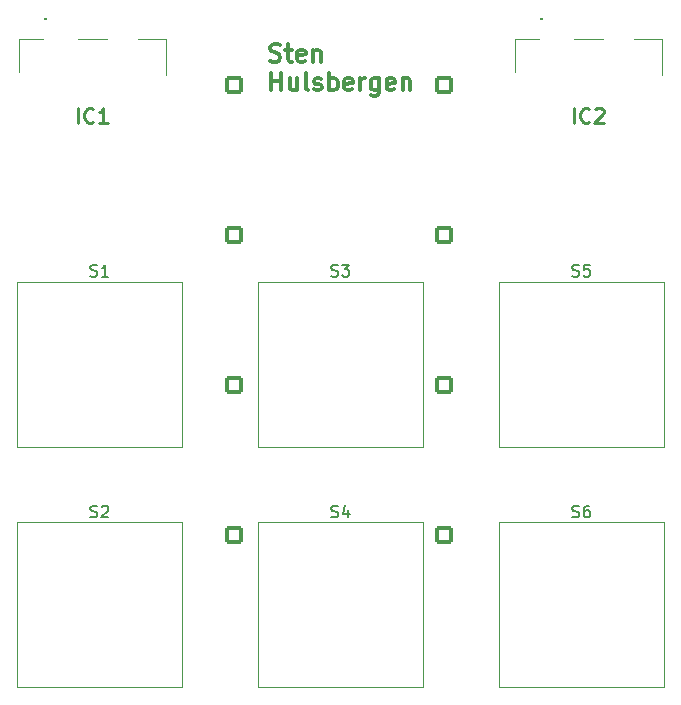
<source format=gto>
G04 #@! TF.GenerationSoftware,KiCad,Pcbnew,7.0.2*
G04 #@! TF.CreationDate,2023-05-04T11:04:43+02:00*
G04 #@! TF.ProjectId,Macropad,4d616372-6f70-4616-942e-6b696361645f,rev?*
G04 #@! TF.SameCoordinates,Original*
G04 #@! TF.FileFunction,Legend,Top*
G04 #@! TF.FilePolarity,Positive*
%FSLAX46Y46*%
G04 Gerber Fmt 4.6, Leading zero omitted, Abs format (unit mm)*
G04 Created by KiCad (PCBNEW 7.0.2) date 2023-05-04 11:04:43*
%MOMM*%
%LPD*%
G01*
G04 APERTURE LIST*
G04 Aperture macros list*
%AMRoundRect*
0 Rectangle with rounded corners*
0 $1 Rounding radius*
0 $2 $3 $4 $5 $6 $7 $8 $9 X,Y pos of 4 corners*
0 Add a 4 corners polygon primitive as box body*
4,1,4,$2,$3,$4,$5,$6,$7,$8,$9,$2,$3,0*
0 Add four circle primitives for the rounded corners*
1,1,$1+$1,$2,$3*
1,1,$1+$1,$4,$5*
1,1,$1+$1,$6,$7*
1,1,$1+$1,$8,$9*
0 Add four rect primitives between the rounded corners*
20,1,$1+$1,$2,$3,$4,$5,0*
20,1,$1+$1,$4,$5,$6,$7,0*
20,1,$1+$1,$6,$7,$8,$9,0*
20,1,$1+$1,$8,$9,$2,$3,0*%
G04 Aperture macros list end*
%ADD10C,0.300000*%
%ADD11C,0.254000*%
%ADD12C,0.150000*%
%ADD13C,0.100000*%
%ADD14C,0.200000*%
%ADD15C,0.120000*%
%ADD16C,1.800000*%
%ADD17C,4.875000*%
%ADD18C,1.700000*%
%ADD19C,4.000000*%
%ADD20C,2.200000*%
%ADD21C,0.700000*%
%ADD22C,4.400000*%
%ADD23C,1.600000*%
%ADD24RoundRect,0.200000X0.600000X0.600000X-0.600000X0.600000X-0.600000X-0.600000X0.600000X-0.600000X0*%
G04 APERTURE END LIST*
D10*
X65055714Y-37320000D02*
X65270000Y-37391428D01*
X65270000Y-37391428D02*
X65627142Y-37391428D01*
X65627142Y-37391428D02*
X65770000Y-37320000D01*
X65770000Y-37320000D02*
X65841428Y-37248571D01*
X65841428Y-37248571D02*
X65912857Y-37105714D01*
X65912857Y-37105714D02*
X65912857Y-36962857D01*
X65912857Y-36962857D02*
X65841428Y-36820000D01*
X65841428Y-36820000D02*
X65770000Y-36748571D01*
X65770000Y-36748571D02*
X65627142Y-36677142D01*
X65627142Y-36677142D02*
X65341428Y-36605714D01*
X65341428Y-36605714D02*
X65198571Y-36534285D01*
X65198571Y-36534285D02*
X65127142Y-36462857D01*
X65127142Y-36462857D02*
X65055714Y-36320000D01*
X65055714Y-36320000D02*
X65055714Y-36177142D01*
X65055714Y-36177142D02*
X65127142Y-36034285D01*
X65127142Y-36034285D02*
X65198571Y-35962857D01*
X65198571Y-35962857D02*
X65341428Y-35891428D01*
X65341428Y-35891428D02*
X65698571Y-35891428D01*
X65698571Y-35891428D02*
X65912857Y-35962857D01*
X66341428Y-36391428D02*
X66912856Y-36391428D01*
X66555713Y-35891428D02*
X66555713Y-37177142D01*
X66555713Y-37177142D02*
X66627142Y-37320000D01*
X66627142Y-37320000D02*
X66769999Y-37391428D01*
X66769999Y-37391428D02*
X66912856Y-37391428D01*
X67984285Y-37320000D02*
X67841428Y-37391428D01*
X67841428Y-37391428D02*
X67555714Y-37391428D01*
X67555714Y-37391428D02*
X67412856Y-37320000D01*
X67412856Y-37320000D02*
X67341428Y-37177142D01*
X67341428Y-37177142D02*
X67341428Y-36605714D01*
X67341428Y-36605714D02*
X67412856Y-36462857D01*
X67412856Y-36462857D02*
X67555714Y-36391428D01*
X67555714Y-36391428D02*
X67841428Y-36391428D01*
X67841428Y-36391428D02*
X67984285Y-36462857D01*
X67984285Y-36462857D02*
X68055714Y-36605714D01*
X68055714Y-36605714D02*
X68055714Y-36748571D01*
X68055714Y-36748571D02*
X67341428Y-36891428D01*
X68698570Y-36391428D02*
X68698570Y-37391428D01*
X68698570Y-36534285D02*
X68769999Y-36462857D01*
X68769999Y-36462857D02*
X68912856Y-36391428D01*
X68912856Y-36391428D02*
X69127142Y-36391428D01*
X69127142Y-36391428D02*
X69269999Y-36462857D01*
X69269999Y-36462857D02*
X69341428Y-36605714D01*
X69341428Y-36605714D02*
X69341428Y-37391428D01*
X65127142Y-39821428D02*
X65127142Y-38321428D01*
X65127142Y-39035714D02*
X65984285Y-39035714D01*
X65984285Y-39821428D02*
X65984285Y-38321428D01*
X67341429Y-38821428D02*
X67341429Y-39821428D01*
X66698571Y-38821428D02*
X66698571Y-39607142D01*
X66698571Y-39607142D02*
X66770000Y-39750000D01*
X66770000Y-39750000D02*
X66912857Y-39821428D01*
X66912857Y-39821428D02*
X67127143Y-39821428D01*
X67127143Y-39821428D02*
X67270000Y-39750000D01*
X67270000Y-39750000D02*
X67341429Y-39678571D01*
X68270000Y-39821428D02*
X68127143Y-39750000D01*
X68127143Y-39750000D02*
X68055714Y-39607142D01*
X68055714Y-39607142D02*
X68055714Y-38321428D01*
X68770000Y-39750000D02*
X68912857Y-39821428D01*
X68912857Y-39821428D02*
X69198571Y-39821428D01*
X69198571Y-39821428D02*
X69341428Y-39750000D01*
X69341428Y-39750000D02*
X69412857Y-39607142D01*
X69412857Y-39607142D02*
X69412857Y-39535714D01*
X69412857Y-39535714D02*
X69341428Y-39392857D01*
X69341428Y-39392857D02*
X69198571Y-39321428D01*
X69198571Y-39321428D02*
X68984286Y-39321428D01*
X68984286Y-39321428D02*
X68841428Y-39250000D01*
X68841428Y-39250000D02*
X68770000Y-39107142D01*
X68770000Y-39107142D02*
X68770000Y-39035714D01*
X68770000Y-39035714D02*
X68841428Y-38892857D01*
X68841428Y-38892857D02*
X68984286Y-38821428D01*
X68984286Y-38821428D02*
X69198571Y-38821428D01*
X69198571Y-38821428D02*
X69341428Y-38892857D01*
X70055714Y-39821428D02*
X70055714Y-38321428D01*
X70055714Y-38892857D02*
X70198572Y-38821428D01*
X70198572Y-38821428D02*
X70484286Y-38821428D01*
X70484286Y-38821428D02*
X70627143Y-38892857D01*
X70627143Y-38892857D02*
X70698572Y-38964285D01*
X70698572Y-38964285D02*
X70770000Y-39107142D01*
X70770000Y-39107142D02*
X70770000Y-39535714D01*
X70770000Y-39535714D02*
X70698572Y-39678571D01*
X70698572Y-39678571D02*
X70627143Y-39750000D01*
X70627143Y-39750000D02*
X70484286Y-39821428D01*
X70484286Y-39821428D02*
X70198572Y-39821428D01*
X70198572Y-39821428D02*
X70055714Y-39750000D01*
X71984286Y-39750000D02*
X71841429Y-39821428D01*
X71841429Y-39821428D02*
X71555715Y-39821428D01*
X71555715Y-39821428D02*
X71412857Y-39750000D01*
X71412857Y-39750000D02*
X71341429Y-39607142D01*
X71341429Y-39607142D02*
X71341429Y-39035714D01*
X71341429Y-39035714D02*
X71412857Y-38892857D01*
X71412857Y-38892857D02*
X71555715Y-38821428D01*
X71555715Y-38821428D02*
X71841429Y-38821428D01*
X71841429Y-38821428D02*
X71984286Y-38892857D01*
X71984286Y-38892857D02*
X72055715Y-39035714D01*
X72055715Y-39035714D02*
X72055715Y-39178571D01*
X72055715Y-39178571D02*
X71341429Y-39321428D01*
X72698571Y-39821428D02*
X72698571Y-38821428D01*
X72698571Y-39107142D02*
X72770000Y-38964285D01*
X72770000Y-38964285D02*
X72841429Y-38892857D01*
X72841429Y-38892857D02*
X72984286Y-38821428D01*
X72984286Y-38821428D02*
X73127143Y-38821428D01*
X74270000Y-38821428D02*
X74270000Y-40035714D01*
X74270000Y-40035714D02*
X74198571Y-40178571D01*
X74198571Y-40178571D02*
X74127142Y-40250000D01*
X74127142Y-40250000D02*
X73984285Y-40321428D01*
X73984285Y-40321428D02*
X73770000Y-40321428D01*
X73770000Y-40321428D02*
X73627142Y-40250000D01*
X74270000Y-39750000D02*
X74127142Y-39821428D01*
X74127142Y-39821428D02*
X73841428Y-39821428D01*
X73841428Y-39821428D02*
X73698571Y-39750000D01*
X73698571Y-39750000D02*
X73627142Y-39678571D01*
X73627142Y-39678571D02*
X73555714Y-39535714D01*
X73555714Y-39535714D02*
X73555714Y-39107142D01*
X73555714Y-39107142D02*
X73627142Y-38964285D01*
X73627142Y-38964285D02*
X73698571Y-38892857D01*
X73698571Y-38892857D02*
X73841428Y-38821428D01*
X73841428Y-38821428D02*
X74127142Y-38821428D01*
X74127142Y-38821428D02*
X74270000Y-38892857D01*
X75555714Y-39750000D02*
X75412857Y-39821428D01*
X75412857Y-39821428D02*
X75127143Y-39821428D01*
X75127143Y-39821428D02*
X74984285Y-39750000D01*
X74984285Y-39750000D02*
X74912857Y-39607142D01*
X74912857Y-39607142D02*
X74912857Y-39035714D01*
X74912857Y-39035714D02*
X74984285Y-38892857D01*
X74984285Y-38892857D02*
X75127143Y-38821428D01*
X75127143Y-38821428D02*
X75412857Y-38821428D01*
X75412857Y-38821428D02*
X75555714Y-38892857D01*
X75555714Y-38892857D02*
X75627143Y-39035714D01*
X75627143Y-39035714D02*
X75627143Y-39178571D01*
X75627143Y-39178571D02*
X74912857Y-39321428D01*
X76269999Y-38821428D02*
X76269999Y-39821428D01*
X76269999Y-38964285D02*
X76341428Y-38892857D01*
X76341428Y-38892857D02*
X76484285Y-38821428D01*
X76484285Y-38821428D02*
X76698571Y-38821428D01*
X76698571Y-38821428D02*
X76841428Y-38892857D01*
X76841428Y-38892857D02*
X76912857Y-39035714D01*
X76912857Y-39035714D02*
X76912857Y-39821428D01*
D11*
X90760237Y-42587526D02*
X90760237Y-41317526D01*
X92090714Y-42466573D02*
X92030238Y-42527050D01*
X92030238Y-42527050D02*
X91848809Y-42587526D01*
X91848809Y-42587526D02*
X91727857Y-42587526D01*
X91727857Y-42587526D02*
X91546428Y-42527050D01*
X91546428Y-42527050D02*
X91425476Y-42406097D01*
X91425476Y-42406097D02*
X91364999Y-42285145D01*
X91364999Y-42285145D02*
X91304523Y-42043240D01*
X91304523Y-42043240D02*
X91304523Y-41861811D01*
X91304523Y-41861811D02*
X91364999Y-41619907D01*
X91364999Y-41619907D02*
X91425476Y-41498954D01*
X91425476Y-41498954D02*
X91546428Y-41378002D01*
X91546428Y-41378002D02*
X91727857Y-41317526D01*
X91727857Y-41317526D02*
X91848809Y-41317526D01*
X91848809Y-41317526D02*
X92030238Y-41378002D01*
X92030238Y-41378002D02*
X92090714Y-41438478D01*
X92574523Y-41438478D02*
X92634999Y-41378002D01*
X92634999Y-41378002D02*
X92755952Y-41317526D01*
X92755952Y-41317526D02*
X93058333Y-41317526D01*
X93058333Y-41317526D02*
X93179285Y-41378002D01*
X93179285Y-41378002D02*
X93239761Y-41438478D01*
X93239761Y-41438478D02*
X93300238Y-41559430D01*
X93300238Y-41559430D02*
X93300238Y-41680383D01*
X93300238Y-41680383D02*
X93239761Y-41861811D01*
X93239761Y-41861811D02*
X92514047Y-42587526D01*
X92514047Y-42587526D02*
X93300238Y-42587526D01*
X48760237Y-42587526D02*
X48760237Y-41317526D01*
X50090714Y-42466573D02*
X50030238Y-42527050D01*
X50030238Y-42527050D02*
X49848809Y-42587526D01*
X49848809Y-42587526D02*
X49727857Y-42587526D01*
X49727857Y-42587526D02*
X49546428Y-42527050D01*
X49546428Y-42527050D02*
X49425476Y-42406097D01*
X49425476Y-42406097D02*
X49364999Y-42285145D01*
X49364999Y-42285145D02*
X49304523Y-42043240D01*
X49304523Y-42043240D02*
X49304523Y-41861811D01*
X49304523Y-41861811D02*
X49364999Y-41619907D01*
X49364999Y-41619907D02*
X49425476Y-41498954D01*
X49425476Y-41498954D02*
X49546428Y-41378002D01*
X49546428Y-41378002D02*
X49727857Y-41317526D01*
X49727857Y-41317526D02*
X49848809Y-41317526D01*
X49848809Y-41317526D02*
X50030238Y-41378002D01*
X50030238Y-41378002D02*
X50090714Y-41438478D01*
X51300238Y-42587526D02*
X50574523Y-42587526D01*
X50937380Y-42587526D02*
X50937380Y-41317526D01*
X50937380Y-41317526D02*
X50816428Y-41498954D01*
X50816428Y-41498954D02*
X50695476Y-41619907D01*
X50695476Y-41619907D02*
X50574523Y-41680383D01*
D12*
X90638095Y-55541000D02*
X90780952Y-55588619D01*
X90780952Y-55588619D02*
X91019047Y-55588619D01*
X91019047Y-55588619D02*
X91114285Y-55541000D01*
X91114285Y-55541000D02*
X91161904Y-55493380D01*
X91161904Y-55493380D02*
X91209523Y-55398142D01*
X91209523Y-55398142D02*
X91209523Y-55302904D01*
X91209523Y-55302904D02*
X91161904Y-55207666D01*
X91161904Y-55207666D02*
X91114285Y-55160047D01*
X91114285Y-55160047D02*
X91019047Y-55112428D01*
X91019047Y-55112428D02*
X90828571Y-55064809D01*
X90828571Y-55064809D02*
X90733333Y-55017190D01*
X90733333Y-55017190D02*
X90685714Y-54969571D01*
X90685714Y-54969571D02*
X90638095Y-54874333D01*
X90638095Y-54874333D02*
X90638095Y-54779095D01*
X90638095Y-54779095D02*
X90685714Y-54683857D01*
X90685714Y-54683857D02*
X90733333Y-54636238D01*
X90733333Y-54636238D02*
X90828571Y-54588619D01*
X90828571Y-54588619D02*
X91066666Y-54588619D01*
X91066666Y-54588619D02*
X91209523Y-54636238D01*
X92114285Y-54588619D02*
X91638095Y-54588619D01*
X91638095Y-54588619D02*
X91590476Y-55064809D01*
X91590476Y-55064809D02*
X91638095Y-55017190D01*
X91638095Y-55017190D02*
X91733333Y-54969571D01*
X91733333Y-54969571D02*
X91971428Y-54969571D01*
X91971428Y-54969571D02*
X92066666Y-55017190D01*
X92066666Y-55017190D02*
X92114285Y-55064809D01*
X92114285Y-55064809D02*
X92161904Y-55160047D01*
X92161904Y-55160047D02*
X92161904Y-55398142D01*
X92161904Y-55398142D02*
X92114285Y-55493380D01*
X92114285Y-55493380D02*
X92066666Y-55541000D01*
X92066666Y-55541000D02*
X91971428Y-55588619D01*
X91971428Y-55588619D02*
X91733333Y-55588619D01*
X91733333Y-55588619D02*
X91638095Y-55541000D01*
X91638095Y-55541000D02*
X91590476Y-55493380D01*
X49838095Y-75941000D02*
X49980952Y-75988619D01*
X49980952Y-75988619D02*
X50219047Y-75988619D01*
X50219047Y-75988619D02*
X50314285Y-75941000D01*
X50314285Y-75941000D02*
X50361904Y-75893380D01*
X50361904Y-75893380D02*
X50409523Y-75798142D01*
X50409523Y-75798142D02*
X50409523Y-75702904D01*
X50409523Y-75702904D02*
X50361904Y-75607666D01*
X50361904Y-75607666D02*
X50314285Y-75560047D01*
X50314285Y-75560047D02*
X50219047Y-75512428D01*
X50219047Y-75512428D02*
X50028571Y-75464809D01*
X50028571Y-75464809D02*
X49933333Y-75417190D01*
X49933333Y-75417190D02*
X49885714Y-75369571D01*
X49885714Y-75369571D02*
X49838095Y-75274333D01*
X49838095Y-75274333D02*
X49838095Y-75179095D01*
X49838095Y-75179095D02*
X49885714Y-75083857D01*
X49885714Y-75083857D02*
X49933333Y-75036238D01*
X49933333Y-75036238D02*
X50028571Y-74988619D01*
X50028571Y-74988619D02*
X50266666Y-74988619D01*
X50266666Y-74988619D02*
X50409523Y-75036238D01*
X50790476Y-75083857D02*
X50838095Y-75036238D01*
X50838095Y-75036238D02*
X50933333Y-74988619D01*
X50933333Y-74988619D02*
X51171428Y-74988619D01*
X51171428Y-74988619D02*
X51266666Y-75036238D01*
X51266666Y-75036238D02*
X51314285Y-75083857D01*
X51314285Y-75083857D02*
X51361904Y-75179095D01*
X51361904Y-75179095D02*
X51361904Y-75274333D01*
X51361904Y-75274333D02*
X51314285Y-75417190D01*
X51314285Y-75417190D02*
X50742857Y-75988619D01*
X50742857Y-75988619D02*
X51361904Y-75988619D01*
X70238095Y-55541000D02*
X70380952Y-55588619D01*
X70380952Y-55588619D02*
X70619047Y-55588619D01*
X70619047Y-55588619D02*
X70714285Y-55541000D01*
X70714285Y-55541000D02*
X70761904Y-55493380D01*
X70761904Y-55493380D02*
X70809523Y-55398142D01*
X70809523Y-55398142D02*
X70809523Y-55302904D01*
X70809523Y-55302904D02*
X70761904Y-55207666D01*
X70761904Y-55207666D02*
X70714285Y-55160047D01*
X70714285Y-55160047D02*
X70619047Y-55112428D01*
X70619047Y-55112428D02*
X70428571Y-55064809D01*
X70428571Y-55064809D02*
X70333333Y-55017190D01*
X70333333Y-55017190D02*
X70285714Y-54969571D01*
X70285714Y-54969571D02*
X70238095Y-54874333D01*
X70238095Y-54874333D02*
X70238095Y-54779095D01*
X70238095Y-54779095D02*
X70285714Y-54683857D01*
X70285714Y-54683857D02*
X70333333Y-54636238D01*
X70333333Y-54636238D02*
X70428571Y-54588619D01*
X70428571Y-54588619D02*
X70666666Y-54588619D01*
X70666666Y-54588619D02*
X70809523Y-54636238D01*
X71142857Y-54588619D02*
X71761904Y-54588619D01*
X71761904Y-54588619D02*
X71428571Y-54969571D01*
X71428571Y-54969571D02*
X71571428Y-54969571D01*
X71571428Y-54969571D02*
X71666666Y-55017190D01*
X71666666Y-55017190D02*
X71714285Y-55064809D01*
X71714285Y-55064809D02*
X71761904Y-55160047D01*
X71761904Y-55160047D02*
X71761904Y-55398142D01*
X71761904Y-55398142D02*
X71714285Y-55493380D01*
X71714285Y-55493380D02*
X71666666Y-55541000D01*
X71666666Y-55541000D02*
X71571428Y-55588619D01*
X71571428Y-55588619D02*
X71285714Y-55588619D01*
X71285714Y-55588619D02*
X71190476Y-55541000D01*
X71190476Y-55541000D02*
X71142857Y-55493380D01*
X70238095Y-75941000D02*
X70380952Y-75988619D01*
X70380952Y-75988619D02*
X70619047Y-75988619D01*
X70619047Y-75988619D02*
X70714285Y-75941000D01*
X70714285Y-75941000D02*
X70761904Y-75893380D01*
X70761904Y-75893380D02*
X70809523Y-75798142D01*
X70809523Y-75798142D02*
X70809523Y-75702904D01*
X70809523Y-75702904D02*
X70761904Y-75607666D01*
X70761904Y-75607666D02*
X70714285Y-75560047D01*
X70714285Y-75560047D02*
X70619047Y-75512428D01*
X70619047Y-75512428D02*
X70428571Y-75464809D01*
X70428571Y-75464809D02*
X70333333Y-75417190D01*
X70333333Y-75417190D02*
X70285714Y-75369571D01*
X70285714Y-75369571D02*
X70238095Y-75274333D01*
X70238095Y-75274333D02*
X70238095Y-75179095D01*
X70238095Y-75179095D02*
X70285714Y-75083857D01*
X70285714Y-75083857D02*
X70333333Y-75036238D01*
X70333333Y-75036238D02*
X70428571Y-74988619D01*
X70428571Y-74988619D02*
X70666666Y-74988619D01*
X70666666Y-74988619D02*
X70809523Y-75036238D01*
X71666666Y-75321952D02*
X71666666Y-75988619D01*
X71428571Y-74941000D02*
X71190476Y-75655285D01*
X71190476Y-75655285D02*
X71809523Y-75655285D01*
X90638095Y-75941000D02*
X90780952Y-75988619D01*
X90780952Y-75988619D02*
X91019047Y-75988619D01*
X91019047Y-75988619D02*
X91114285Y-75941000D01*
X91114285Y-75941000D02*
X91161904Y-75893380D01*
X91161904Y-75893380D02*
X91209523Y-75798142D01*
X91209523Y-75798142D02*
X91209523Y-75702904D01*
X91209523Y-75702904D02*
X91161904Y-75607666D01*
X91161904Y-75607666D02*
X91114285Y-75560047D01*
X91114285Y-75560047D02*
X91019047Y-75512428D01*
X91019047Y-75512428D02*
X90828571Y-75464809D01*
X90828571Y-75464809D02*
X90733333Y-75417190D01*
X90733333Y-75417190D02*
X90685714Y-75369571D01*
X90685714Y-75369571D02*
X90638095Y-75274333D01*
X90638095Y-75274333D02*
X90638095Y-75179095D01*
X90638095Y-75179095D02*
X90685714Y-75083857D01*
X90685714Y-75083857D02*
X90733333Y-75036238D01*
X90733333Y-75036238D02*
X90828571Y-74988619D01*
X90828571Y-74988619D02*
X91066666Y-74988619D01*
X91066666Y-74988619D02*
X91209523Y-75036238D01*
X92066666Y-74988619D02*
X91876190Y-74988619D01*
X91876190Y-74988619D02*
X91780952Y-75036238D01*
X91780952Y-75036238D02*
X91733333Y-75083857D01*
X91733333Y-75083857D02*
X91638095Y-75226714D01*
X91638095Y-75226714D02*
X91590476Y-75417190D01*
X91590476Y-75417190D02*
X91590476Y-75798142D01*
X91590476Y-75798142D02*
X91638095Y-75893380D01*
X91638095Y-75893380D02*
X91685714Y-75941000D01*
X91685714Y-75941000D02*
X91780952Y-75988619D01*
X91780952Y-75988619D02*
X91971428Y-75988619D01*
X91971428Y-75988619D02*
X92066666Y-75941000D01*
X92066666Y-75941000D02*
X92114285Y-75893380D01*
X92114285Y-75893380D02*
X92161904Y-75798142D01*
X92161904Y-75798142D02*
X92161904Y-75560047D01*
X92161904Y-75560047D02*
X92114285Y-75464809D01*
X92114285Y-75464809D02*
X92066666Y-75417190D01*
X92066666Y-75417190D02*
X91971428Y-75369571D01*
X91971428Y-75369571D02*
X91780952Y-75369571D01*
X91780952Y-75369571D02*
X91685714Y-75417190D01*
X91685714Y-75417190D02*
X91638095Y-75464809D01*
X91638095Y-75464809D02*
X91590476Y-75560047D01*
X49838095Y-55541000D02*
X49980952Y-55588619D01*
X49980952Y-55588619D02*
X50219047Y-55588619D01*
X50219047Y-55588619D02*
X50314285Y-55541000D01*
X50314285Y-55541000D02*
X50361904Y-55493380D01*
X50361904Y-55493380D02*
X50409523Y-55398142D01*
X50409523Y-55398142D02*
X50409523Y-55302904D01*
X50409523Y-55302904D02*
X50361904Y-55207666D01*
X50361904Y-55207666D02*
X50314285Y-55160047D01*
X50314285Y-55160047D02*
X50219047Y-55112428D01*
X50219047Y-55112428D02*
X50028571Y-55064809D01*
X50028571Y-55064809D02*
X49933333Y-55017190D01*
X49933333Y-55017190D02*
X49885714Y-54969571D01*
X49885714Y-54969571D02*
X49838095Y-54874333D01*
X49838095Y-54874333D02*
X49838095Y-54779095D01*
X49838095Y-54779095D02*
X49885714Y-54683857D01*
X49885714Y-54683857D02*
X49933333Y-54636238D01*
X49933333Y-54636238D02*
X50028571Y-54588619D01*
X50028571Y-54588619D02*
X50266666Y-54588619D01*
X50266666Y-54588619D02*
X50409523Y-54636238D01*
X51361904Y-55588619D02*
X50790476Y-55588619D01*
X51076190Y-55588619D02*
X51076190Y-54588619D01*
X51076190Y-54588619D02*
X50980952Y-54731476D01*
X50980952Y-54731476D02*
X50885714Y-54826714D01*
X50885714Y-54826714D02*
X50790476Y-54874333D01*
D13*
X87800000Y-35450000D02*
X85800000Y-35450000D01*
X85800000Y-35450000D02*
X85800000Y-38250000D01*
X90800000Y-35450000D02*
X93200000Y-35450000D01*
X95900000Y-35450000D02*
X98200000Y-35450000D01*
X98200000Y-35450000D02*
X98200000Y-38550000D01*
D14*
X88100000Y-33750000D02*
X88100000Y-33750000D01*
X88000000Y-33750000D02*
X88000000Y-33750000D01*
X88100000Y-33750000D02*
G75*
G03*
X88000000Y-33750000I-50000J0D01*
G01*
X88000000Y-33750000D02*
G75*
G03*
X88100000Y-33750000I50000J0D01*
G01*
D13*
X45800000Y-35450000D02*
X43800000Y-35450000D01*
X43800000Y-35450000D02*
X43800000Y-38250000D01*
X48800000Y-35450000D02*
X51200000Y-35450000D01*
X53900000Y-35450000D02*
X56200000Y-35450000D01*
X56200000Y-35450000D02*
X56200000Y-38550000D01*
D14*
X46100000Y-33750000D02*
X46100000Y-33750000D01*
X46000000Y-33750000D02*
X46000000Y-33750000D01*
X46100000Y-33750000D02*
G75*
G03*
X46000000Y-33750000I-50000J0D01*
G01*
X46000000Y-33750000D02*
G75*
G03*
X46100000Y-33750000I50000J0D01*
G01*
D15*
X84415000Y-56015000D02*
X98385000Y-56015000D01*
X84415000Y-69985000D02*
X84415000Y-56015000D01*
X98385000Y-56015000D02*
X98385000Y-69985000D01*
X98385000Y-69985000D02*
X84415000Y-69985000D01*
X43615000Y-76415000D02*
X57585000Y-76415000D01*
X43615000Y-90385000D02*
X43615000Y-76415000D01*
X57585000Y-76415000D02*
X57585000Y-90385000D01*
X57585000Y-90385000D02*
X43615000Y-90385000D01*
X64015000Y-56015000D02*
X77985000Y-56015000D01*
X64015000Y-69985000D02*
X64015000Y-56015000D01*
X77985000Y-56015000D02*
X77985000Y-69985000D01*
X77985000Y-69985000D02*
X64015000Y-69985000D01*
X64015000Y-76415000D02*
X77985000Y-76415000D01*
X64015000Y-90385000D02*
X64015000Y-76415000D01*
X77985000Y-76415000D02*
X77985000Y-90385000D01*
X77985000Y-90385000D02*
X64015000Y-90385000D01*
X84415000Y-76415000D02*
X98385000Y-76415000D01*
X84415000Y-90385000D02*
X84415000Y-76415000D01*
X98385000Y-76415000D02*
X98385000Y-90385000D01*
X98385000Y-90385000D02*
X84415000Y-90385000D01*
X43615000Y-56015000D02*
X57585000Y-56015000D01*
X43615000Y-69985000D02*
X43615000Y-56015000D01*
X57585000Y-56015000D02*
X57585000Y-69985000D01*
X57585000Y-69985000D02*
X43615000Y-69985000D01*
%LPC*%
D16*
X89500000Y-34900000D03*
X94500000Y-34900000D03*
X89500000Y-49400000D03*
X94500000Y-49400000D03*
X92000000Y-49400000D03*
D17*
X97600000Y-41900000D03*
X86400000Y-41900000D03*
D16*
X47500000Y-34900000D03*
X52500000Y-34900000D03*
X47500000Y-49400000D03*
X52500000Y-49400000D03*
X50000000Y-49400000D03*
D17*
X55600000Y-41900000D03*
X44400000Y-41900000D03*
D18*
X86320000Y-63000000D03*
D19*
X91400000Y-63000000D03*
D18*
X96480000Y-63000000D03*
D20*
X93940000Y-57920000D03*
X87590000Y-60460000D03*
D21*
X79350000Y-88750000D03*
X79833274Y-87583274D03*
X79833274Y-89916726D03*
X81000000Y-87100000D03*
D22*
X81000000Y-88750000D03*
D21*
X81000000Y-90400000D03*
X82166726Y-87583274D03*
X82166726Y-89916726D03*
X82650000Y-88750000D03*
X59350000Y-88750000D03*
X59833274Y-87583274D03*
X59833274Y-89916726D03*
X61000000Y-87100000D03*
D22*
X61000000Y-88750000D03*
D21*
X61000000Y-90400000D03*
X62166726Y-87583274D03*
X62166726Y-89916726D03*
X62650000Y-88750000D03*
D18*
X45520000Y-83400000D03*
D19*
X50600000Y-83400000D03*
D18*
X55680000Y-83400000D03*
D20*
X53140000Y-78320000D03*
X46790000Y-80860000D03*
D18*
X65920000Y-63000000D03*
D19*
X71000000Y-63000000D03*
D18*
X76080000Y-63000000D03*
D20*
X73540000Y-57920000D03*
X67190000Y-60460000D03*
D18*
X65920000Y-83400000D03*
D19*
X71000000Y-83400000D03*
D18*
X76080000Y-83400000D03*
D20*
X73540000Y-78320000D03*
X67190000Y-80860000D03*
D18*
X86320000Y-83400000D03*
D19*
X91400000Y-83400000D03*
D18*
X96480000Y-83400000D03*
D20*
X93940000Y-78320000D03*
X87590000Y-80860000D03*
D21*
X84150000Y-53000000D03*
X84633274Y-51833274D03*
X84633274Y-54166726D03*
X85800000Y-51350000D03*
D22*
X85800000Y-53000000D03*
D21*
X85800000Y-54650000D03*
X86966726Y-51833274D03*
X86966726Y-54166726D03*
X87450000Y-53000000D03*
X54550000Y-53000000D03*
X55033274Y-51833274D03*
X55033274Y-54166726D03*
X56200000Y-51350000D03*
D22*
X56200000Y-53000000D03*
D21*
X56200000Y-54650000D03*
X57366726Y-51833274D03*
X57366726Y-54166726D03*
X57850000Y-53000000D03*
D18*
X45520000Y-63000000D03*
D19*
X50600000Y-63000000D03*
D18*
X55680000Y-63000000D03*
D20*
X53140000Y-57920000D03*
X46790000Y-60460000D03*
D23*
X79780000Y-34290000D03*
X79780000Y-36830000D03*
D24*
X79780000Y-39370000D03*
D23*
X79780000Y-41910000D03*
X79780000Y-44450000D03*
X79780000Y-46990000D03*
X79780000Y-49530000D03*
D24*
X79780000Y-52070000D03*
D23*
X79780000Y-54610000D03*
X79780000Y-57150000D03*
X79780000Y-59690000D03*
X79780000Y-62230000D03*
D24*
X79780000Y-64770000D03*
D23*
X79780000Y-67310000D03*
X79780000Y-69850000D03*
X79738119Y-72390000D03*
X79780000Y-74930000D03*
D24*
X79780000Y-77470000D03*
D23*
X79780000Y-80010000D03*
X79780000Y-82550000D03*
X62000000Y-82550000D03*
X62000000Y-80010000D03*
D24*
X62000000Y-77470000D03*
D23*
X62000000Y-74930000D03*
X62000000Y-72390000D03*
X62000000Y-69850000D03*
X62000000Y-67310000D03*
D24*
X62000000Y-64770000D03*
D23*
X62000000Y-62230000D03*
X62000000Y-59690000D03*
X62000000Y-57150000D03*
X62000000Y-54610000D03*
D24*
X62000000Y-52070000D03*
D23*
X62000000Y-49530000D03*
X62000000Y-46990000D03*
X62000000Y-44450000D03*
X62000000Y-41910000D03*
D24*
X62000000Y-39370000D03*
D23*
X62000000Y-36830000D03*
X62000000Y-34290000D03*
%LPD*%
M02*

</source>
